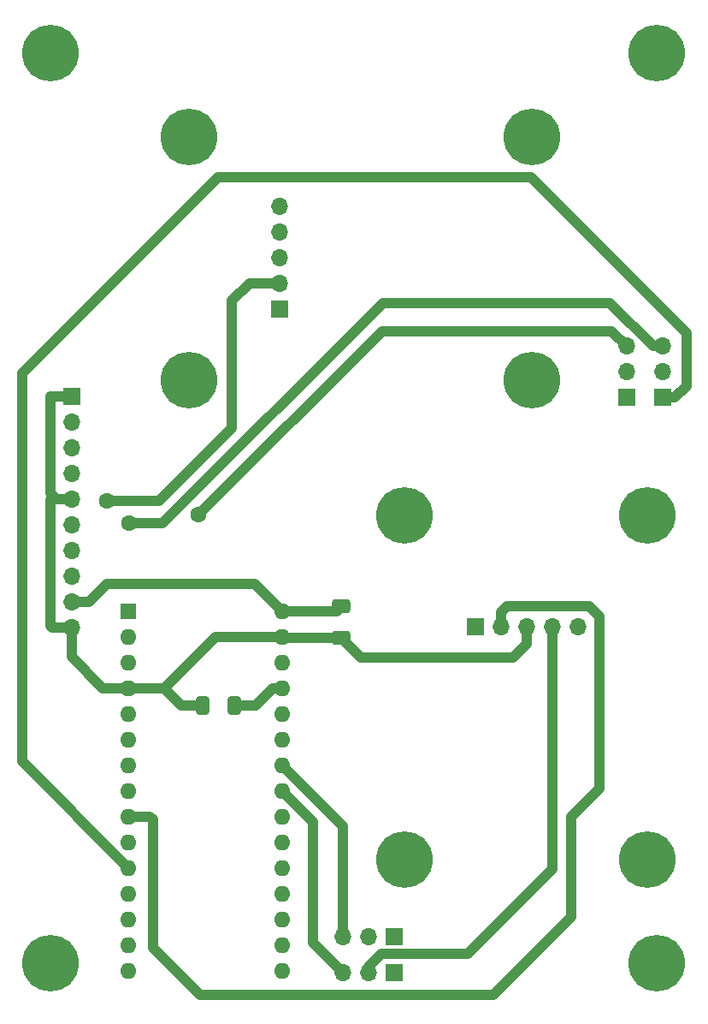
<source format=gbr>
%TF.GenerationSoftware,KiCad,Pcbnew,(6.0.4)*%
%TF.CreationDate,2023-01-10T17:15:32-05:00*%
%TF.ProjectId,BREAD_Slice,42524541-445f-4536-9c69-63652e6b6963,rev?*%
%TF.SameCoordinates,Original*%
%TF.FileFunction,Copper,L2,Bot*%
%TF.FilePolarity,Positive*%
%FSLAX46Y46*%
G04 Gerber Fmt 4.6, Leading zero omitted, Abs format (unit mm)*
G04 Created by KiCad (PCBNEW (6.0.4)) date 2023-01-10 17:15:32*
%MOMM*%
%LPD*%
G01*
G04 APERTURE LIST*
G04 Aperture macros list*
%AMRoundRect*
0 Rectangle with rounded corners*
0 $1 Rounding radius*
0 $2 $3 $4 $5 $6 $7 $8 $9 X,Y pos of 4 corners*
0 Add a 4 corners polygon primitive as box body*
4,1,4,$2,$3,$4,$5,$6,$7,$8,$9,$2,$3,0*
0 Add four circle primitives for the rounded corners*
1,1,$1+$1,$2,$3*
1,1,$1+$1,$4,$5*
1,1,$1+$1,$6,$7*
1,1,$1+$1,$8,$9*
0 Add four rect primitives between the rounded corners*
20,1,$1+$1,$2,$3,$4,$5,0*
20,1,$1+$1,$4,$5,$6,$7,0*
20,1,$1+$1,$6,$7,$8,$9,0*
20,1,$1+$1,$8,$9,$2,$3,0*%
G04 Aperture macros list end*
%TA.AperFunction,ComponentPad*%
%ADD10R,1.700000X1.700000*%
%TD*%
%TA.AperFunction,ComponentPad*%
%ADD11O,1.700000X1.700000*%
%TD*%
%TA.AperFunction,ComponentPad*%
%ADD12C,5.600000*%
%TD*%
%TA.AperFunction,ComponentPad*%
%ADD13R,1.600000X1.600000*%
%TD*%
%TA.AperFunction,ComponentPad*%
%ADD14O,1.600000X1.600000*%
%TD*%
%TA.AperFunction,SMDPad,CuDef*%
%ADD15RoundRect,0.250000X-0.650000X0.412500X-0.650000X-0.412500X0.650000X-0.412500X0.650000X0.412500X0*%
%TD*%
%TA.AperFunction,SMDPad,CuDef*%
%ADD16RoundRect,0.250000X0.412500X0.650000X-0.412500X0.650000X-0.412500X-0.650000X0.412500X-0.650000X0*%
%TD*%
%TA.AperFunction,ViaPad*%
%ADD17C,1.600000*%
%TD*%
%TA.AperFunction,Conductor*%
%ADD18C,1.000000*%
%TD*%
G04 APERTURE END LIST*
D10*
%TO.P,J7,1,Pin_1*%
%TO.N,/TX2*%
X134475000Y-136425000D03*
D11*
%TO.P,J7,2,Pin_2*%
%TO.N,/TX2{slash}SDA*%
X131935000Y-136425000D03*
%TO.P,J7,3,Pin_3*%
%TO.N,/I2C_DAT*%
X129395000Y-136425000D03*
%TD*%
D10*
%TO.P,J3,1,Pin_1*%
%TO.N,+5V*%
X142500000Y-102250000D03*
D11*
%TO.P,J3,2,Pin_2*%
%TO.N,/OFFpH*%
X145040000Y-102250000D03*
%TO.P,J3,3,Pin_3*%
%TO.N,GND*%
X147580000Y-102250000D03*
%TO.P,J3,4,Pin_4*%
%TO.N,/TX2{slash}SDA*%
X150120000Y-102250000D03*
%TO.P,J3,5,Pin_5*%
%TO.N,/RX2{slash}SCL*%
X152660000Y-102250000D03*
%TD*%
D10*
%TO.P,J6,1,Pin_1*%
%TO.N,/RX2*%
X134475000Y-132875000D03*
D11*
%TO.P,J6,2,Pin_2*%
%TO.N,/RX2{slash}SCL*%
X131935000Y-132875000D03*
%TO.P,J6,3,Pin_3*%
%TO.N,/I2C_CLK*%
X129395000Y-132875000D03*
%TD*%
D10*
%TO.P,J1,1,Pin_1*%
%TO.N,GND*%
X102514466Y-79464466D03*
D11*
%TO.P,J1,2,Pin_2*%
%TO.N,+12V*%
X102514466Y-82004466D03*
%TO.P,J1,3,Pin_3*%
%TO.N,/I2C_CLK*%
X102514466Y-84544466D03*
%TO.P,J1,4,Pin_4*%
%TO.N,/I2C_DAT*%
X102514466Y-87084466D03*
%TO.P,J1,5,Pin_5*%
%TO.N,GND*%
X102514466Y-89624466D03*
%TO.P,J1,6,Pin_6*%
%TO.N,/E_STOP*%
X102514466Y-92164466D03*
%TO.P,J1,7,Pin_7*%
%TO.N,/INT*%
X102514466Y-94704466D03*
%TO.P,J1,8,Pin_8*%
%TO.N,/SYNC*%
X102514466Y-97244466D03*
%TO.P,J1,9,Pin_9*%
%TO.N,+12V*%
X102514466Y-99784466D03*
%TO.P,J1,10,Pin_10*%
%TO.N,GND*%
X102514466Y-102324466D03*
%TD*%
D10*
%TO.P,J2,1,Pin_1*%
%TO.N,+5V*%
X123139466Y-70814466D03*
D11*
%TO.P,J2,2,Pin_2*%
%TO.N,/OFFO2*%
X123139466Y-68274466D03*
%TO.P,J2,3,Pin_3*%
%TO.N,GND*%
X123139466Y-65734466D03*
%TO.P,J2,4,Pin_4*%
%TO.N,/TX1{slash}SDA*%
X123139466Y-63194466D03*
%TO.P,J2,5,Pin_5*%
%TO.N,/RX1{slash}SCL*%
X123139466Y-60654466D03*
%TD*%
D12*
%TO.P,H12,1*%
%TO.N,N/C*%
X160464466Y-45464466D03*
%TD*%
D10*
%TO.P,J5,1,Pin_1*%
%TO.N,/TX1*%
X161025000Y-79575000D03*
D11*
%TO.P,J5,2,Pin_2*%
%TO.N,/TX1{slash}SDA*%
X161025000Y-77035000D03*
%TO.P,J5,3,Pin_3*%
%TO.N,/I2C_DAT*%
X161025000Y-74495000D03*
%TD*%
D12*
%TO.P,H8,1*%
%TO.N,N/C*%
X100464466Y-45464466D03*
%TD*%
%TO.P,H9,1*%
%TO.N,N/C*%
X160464466Y-135464466D03*
%TD*%
%TO.P,H11,1*%
%TO.N,N/C*%
X135500000Y-125250000D03*
%TD*%
%TO.P,H4,1*%
%TO.N,N/C*%
X100464466Y-135464466D03*
%TD*%
D10*
%TO.P,J4,1,Pin_1*%
%TO.N,/RX1*%
X157475000Y-79575000D03*
D11*
%TO.P,J4,2,Pin_2*%
%TO.N,/RX1{slash}SCL*%
X157475000Y-77035000D03*
%TO.P,J4,3,Pin_3*%
%TO.N,/I2C_CLK*%
X157475000Y-74495000D03*
%TD*%
D12*
%TO.P,H2,1*%
%TO.N,N/C*%
X114114466Y-77814466D03*
%TD*%
%TO.P,H5,1*%
%TO.N,N/C*%
X148114466Y-53814466D03*
%TD*%
D13*
%TO.P,A1,1,D1/TX*%
%TO.N,unconnected-(A1-Pad1)*%
X108114466Y-100664466D03*
D14*
%TO.P,A1,2,D0/RX*%
%TO.N,unconnected-(A1-Pad2)*%
X108114466Y-103204466D03*
%TO.P,A1,3,~{RESET}*%
%TO.N,unconnected-(A1-Pad3)*%
X108114466Y-105744466D03*
%TO.P,A1,4,GND*%
%TO.N,GND*%
X108114466Y-108284466D03*
%TO.P,A1,5,D2*%
%TO.N,/E_STOP*%
X108114466Y-110824466D03*
%TO.P,A1,6,D3*%
%TO.N,/INT*%
X108114466Y-113364466D03*
%TO.P,A1,7,D4*%
%TO.N,/SYNC*%
X108114466Y-115904466D03*
%TO.P,A1,8,D5*%
%TO.N,/OFFO2*%
X108114466Y-118444466D03*
%TO.P,A1,9,D6*%
%TO.N,/OFFpH*%
X108114466Y-120984466D03*
%TO.P,A1,10,D7*%
%TO.N,/RX1*%
X108114466Y-123524466D03*
%TO.P,A1,11,D8*%
%TO.N,/TX1*%
X108114466Y-126064466D03*
%TO.P,A1,12,D9*%
%TO.N,/RX2*%
X108114466Y-128604466D03*
%TO.P,A1,13,D10*%
%TO.N,/TX2*%
X108114466Y-131144466D03*
%TO.P,A1,14,D11*%
%TO.N,unconnected-(A1-Pad14)*%
X108114466Y-133684466D03*
%TO.P,A1,15,D12*%
%TO.N,unconnected-(A1-Pad15)*%
X108114466Y-136224466D03*
%TO.P,A1,16,D13*%
%TO.N,unconnected-(A1-Pad16)*%
X123354466Y-136224466D03*
%TO.P,A1,17,3V3*%
%TO.N,unconnected-(A1-Pad17)*%
X123354466Y-133684466D03*
%TO.P,A1,18,AREF*%
%TO.N,unconnected-(A1-Pad18)*%
X123354466Y-131144466D03*
%TO.P,A1,19,A0*%
%TO.N,unconnected-(A1-Pad19)*%
X123354466Y-128604466D03*
%TO.P,A1,20,A1*%
%TO.N,unconnected-(A1-Pad20)*%
X123354466Y-126064466D03*
%TO.P,A1,21,A2*%
%TO.N,unconnected-(A1-Pad21)*%
X123354466Y-123524466D03*
%TO.P,A1,22,A3*%
%TO.N,unconnected-(A1-Pad22)*%
X123354466Y-120984466D03*
%TO.P,A1,23,A4*%
%TO.N,/I2C_DAT*%
X123354466Y-118444466D03*
%TO.P,A1,24,A5*%
%TO.N,/I2C_CLK*%
X123354466Y-115904466D03*
%TO.P,A1,25,A6*%
%TO.N,unconnected-(A1-Pad25)*%
X123354466Y-113364466D03*
%TO.P,A1,26,A7*%
%TO.N,unconnected-(A1-Pad26)*%
X123354466Y-110824466D03*
%TO.P,A1,27,+5V*%
%TO.N,+5V*%
X123354466Y-108284466D03*
%TO.P,A1,28,~{RESET}*%
%TO.N,unconnected-(A1-Pad28)*%
X123354466Y-105744466D03*
%TO.P,A1,29,GND*%
%TO.N,GND*%
X123354466Y-103204466D03*
%TO.P,A1,30,VIN*%
%TO.N,+12V*%
X123354466Y-100664466D03*
%TD*%
D12*
%TO.P,H1,1*%
%TO.N,N/C*%
X159500000Y-91250000D03*
%TD*%
%TO.P,H3,1*%
%TO.N,N/C*%
X148114466Y-77814466D03*
%TD*%
%TO.P,H10,1*%
%TO.N,N/C*%
X135500000Y-91250000D03*
%TD*%
%TO.P,H6,1*%
%TO.N,N/C*%
X159500000Y-125250000D03*
%TD*%
%TO.P,H7,1*%
%TO.N,N/C*%
X114114466Y-53814466D03*
%TD*%
D15*
%TO.P,C1,1*%
%TO.N,+12V*%
X129250000Y-100187500D03*
%TO.P,C1,2*%
%TO.N,GND*%
X129250000Y-103312500D03*
%TD*%
D16*
%TO.P,C2,1*%
%TO.N,+5V*%
X118642500Y-110030000D03*
%TO.P,C2,2*%
%TO.N,GND*%
X115517500Y-110030000D03*
%TD*%
D17*
%TO.N,/I2C_DAT*%
X108200000Y-92000000D03*
%TO.N,/I2C_CLK*%
X115100000Y-91150000D03*
%TO.N,/OFFO2*%
X106000000Y-89800000D03*
%TD*%
D18*
%TO.N,/I2C_CLK*%
X155980000Y-73000000D02*
X133250000Y-73000000D01*
X133250000Y-73000000D02*
X115100000Y-91150000D01*
X157475000Y-74495000D02*
X155980000Y-73000000D01*
%TO.N,GND*%
X131187500Y-105250000D02*
X129250000Y-103312500D01*
X100400000Y-89000000D02*
X100400000Y-79528932D01*
X100624466Y-102324466D02*
X100400000Y-102100000D01*
X146250000Y-105250000D02*
X131187500Y-105250000D01*
X101024466Y-89624466D02*
X100400000Y-89000000D01*
X129250000Y-103312500D02*
X123462500Y-103312500D01*
X108114466Y-108284466D02*
X105584466Y-108284466D01*
X100400000Y-102100000D02*
X100400000Y-89720000D01*
X102514466Y-102324466D02*
X100624466Y-102324466D01*
X111644466Y-108284466D02*
X108114466Y-108284466D01*
X113390000Y-110030000D02*
X111644466Y-108284466D01*
X115517500Y-110030000D02*
X113390000Y-110030000D01*
X102514466Y-89624466D02*
X101024466Y-89624466D01*
X100464466Y-79464466D02*
X102514466Y-79464466D01*
X105584466Y-108284466D02*
X102514466Y-105214466D01*
X123462500Y-103312500D02*
X123354466Y-103204466D01*
X123354466Y-103204466D02*
X116724466Y-103204466D01*
X102514466Y-105214466D02*
X102514466Y-102324466D01*
X100400000Y-89720000D02*
X100495534Y-89624466D01*
X116724466Y-103204466D02*
X111644466Y-108284466D01*
X100495534Y-89624466D02*
X102514466Y-89624466D01*
X147580000Y-103920000D02*
X146250000Y-105250000D01*
X147580000Y-102250000D02*
X147580000Y-103920000D01*
X100400000Y-79528932D02*
X100464466Y-79464466D01*
%TO.N,/TX1*%
X163400000Y-73200000D02*
X148000000Y-57800000D01*
X117000000Y-57800000D02*
X97600000Y-77200000D01*
X97600000Y-77200000D02*
X97600000Y-115550000D01*
X162225000Y-79575000D02*
X163400000Y-78400000D01*
X148000000Y-57800000D02*
X117000000Y-57800000D01*
X161025000Y-79575000D02*
X162225000Y-79575000D01*
X97600000Y-115550000D02*
X108114466Y-126064466D01*
X163400000Y-78400000D02*
X163400000Y-73200000D01*
%TO.N,/I2C_DAT*%
X129395000Y-136425000D02*
X126450000Y-133480000D01*
X108200000Y-92000000D02*
X111550000Y-92000000D01*
X111550000Y-92000000D02*
X133350000Y-70200000D01*
X126450000Y-121540000D02*
X123354466Y-118444466D01*
X133350000Y-70200000D02*
X155800000Y-70200000D01*
X160095000Y-74495000D02*
X161025000Y-74495000D01*
X126450000Y-133480000D02*
X126450000Y-121540000D01*
X155800000Y-70200000D02*
X160095000Y-74495000D01*
%TO.N,/I2C_CLK*%
X129395000Y-132875000D02*
X129395000Y-121945000D01*
X129395000Y-121945000D02*
X123354466Y-115904466D01*
%TO.N,+5V*%
X120720000Y-110030000D02*
X122465534Y-108284466D01*
X122465534Y-108284466D02*
X123354466Y-108284466D01*
X118642500Y-110030000D02*
X120720000Y-110030000D01*
%TO.N,+12V*%
X102514466Y-99784466D02*
X104215534Y-99784466D01*
X123354466Y-100664466D02*
X128773034Y-100664466D01*
X104215534Y-99784466D02*
X106000000Y-98000000D01*
X106000000Y-98000000D02*
X120690000Y-98000000D01*
X128773034Y-100664466D02*
X129250000Y-100187500D01*
X120690000Y-98000000D02*
X123354466Y-100664466D01*
%TO.N,/OFFO2*%
X118400000Y-70000000D02*
X120125534Y-68274466D01*
X106000000Y-89800000D02*
X111200000Y-89800000D01*
X120125534Y-68274466D02*
X123139466Y-68274466D01*
X118400000Y-82600000D02*
X118400000Y-70000000D01*
X111200000Y-89800000D02*
X118400000Y-82600000D01*
%TO.N,/OFFpH*%
X110600000Y-121300000D02*
X110284466Y-120984466D01*
X153800000Y-100200000D02*
X154800000Y-101200000D01*
X145600000Y-100200000D02*
X153800000Y-100200000D01*
X152000000Y-121000000D02*
X152000000Y-130900000D01*
X152000000Y-130900000D02*
X144300000Y-138600000D01*
X154800000Y-101200000D02*
X154800000Y-118200000D01*
X145040000Y-100760000D02*
X145600000Y-100200000D01*
X110284466Y-120984466D02*
X108114466Y-120984466D01*
X110600000Y-134000000D02*
X110600000Y-121300000D01*
X154800000Y-118200000D02*
X152000000Y-121000000D01*
X144300000Y-138600000D02*
X115200000Y-138600000D01*
X145040000Y-102250000D02*
X145040000Y-100760000D01*
X115200000Y-138600000D02*
X110600000Y-134000000D01*
%TO.N,/TX2{slash}SDA*%
X131935000Y-135865978D02*
X133200978Y-134600000D01*
X141700000Y-134600000D02*
X150120000Y-126180000D01*
X131935000Y-136425000D02*
X131935000Y-135865978D01*
X150120000Y-126180000D02*
X150120000Y-102250000D01*
X133200978Y-134600000D02*
X141700000Y-134600000D01*
%TD*%
M02*

</source>
